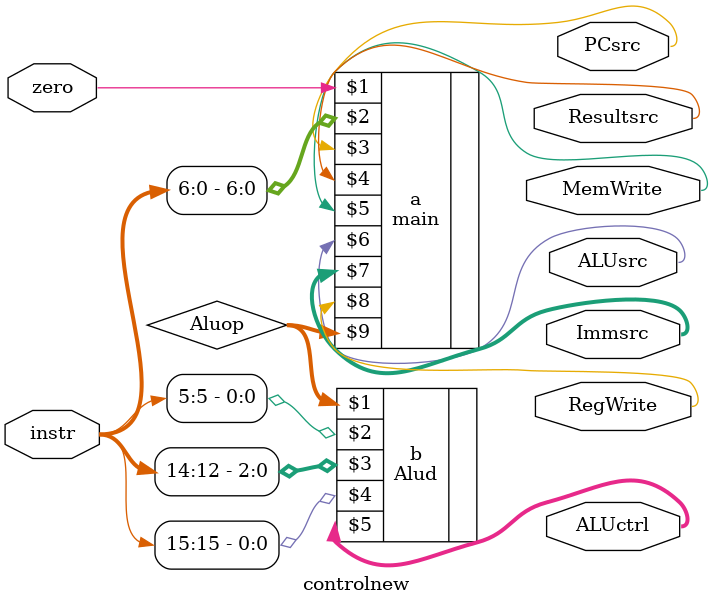
<source format=sv>
module controlnew(
    input logic [30:0]       instr,
    input logic zero,
    output logic PCsrc,
    output logic Resultsrc,
    output logic MemWrite,
    output logic [2:0] ALUctrl,
    output logic ALUsrc,
    output logic [1:0] Immsrc,
    output logic RegWrite
);

logic [1:0] Aluop;


    main a(zero, instr[6:0], PCsrc, Resultsrc, MemWrite, ALUsrc,Immsrc,RegWrite,Aluop);

    Alud b(Aluop,instr[5], instr[14:12],instr[15],ALUctrl);

    
endmodule

</source>
